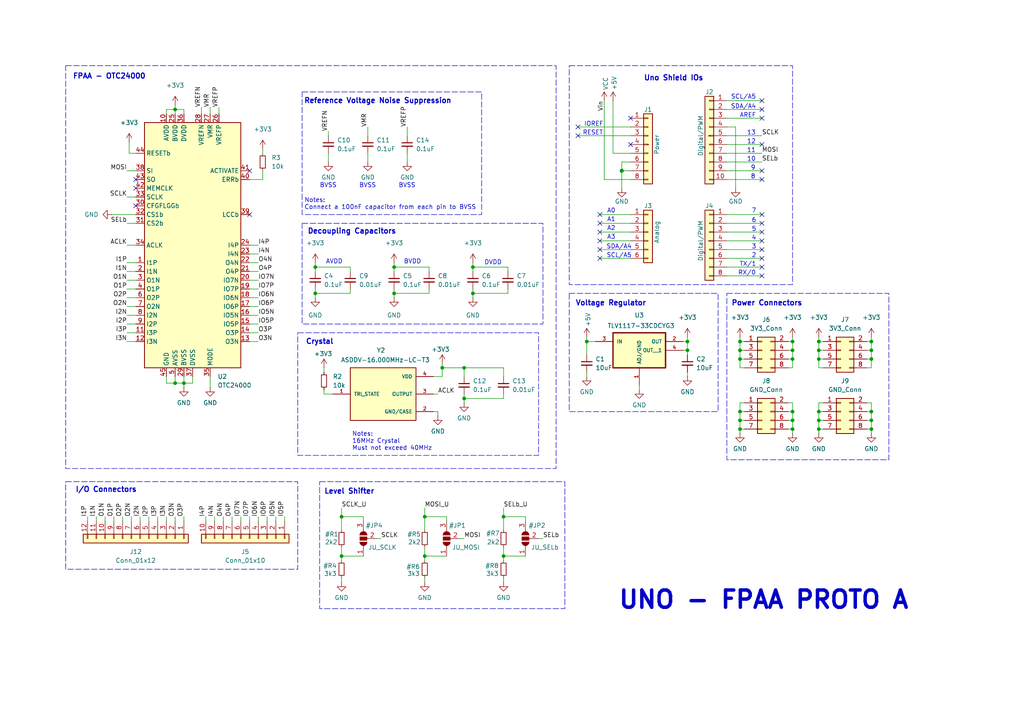
<source format=kicad_sch>
(kicad_sch (version 20250114) (generator "eeschema") (generator_version "9.0")
  (paper "A4")
  (title_block (title "FPAA PROTO A") (date "2025-10-19") (rev "1.0"))
  (rectangle (start 92.71 139.7) (end 163.83 176.53) (stroke (width 0) (type dash)))
  (rectangle (start 210.82 85.09) (end 257.81 133.35) (stroke (width 0) (type dash)))
  (rectangle (start 86.36 96.52) (end 156.21 132.08) (stroke (width 0) (type dash)))
  (rectangle (start 87.63 64.77) (end 157.48 93.98) (stroke (width 0) (type dash)))
  (rectangle (start 165.1 19.05) (end 229.87 82.55) (stroke (width 0) (type dash)))
  (rectangle (start 87.63 26.67) (end 139.7 62.23) (stroke (width 0) (type dash)))
  (rectangle (start 19.05 19.05) (end 161.29 135.89) (stroke (width 0) (type dash)))
  (rectangle (start 19.05 139.7) (end 86.36 165.1) (stroke (width 0) (type dash)))
  (rectangle (start 165.1 85.09) (end 208.28 119.38) (stroke (width 0) (type dash)))
  (text "BVSS" (at 104.14 54.61 0) (effects (font (size 1.27 1.27)) (justify left bottom)))
  (text "RESET" (at 171.958 38.608 0) (effects (font (size 1.27 1.27))))
  (text "BVSS" (at 92.71 54.61 0) (effects (font (size 1.27 1.27)) (justify left bottom)))
  (text "Notes:\nConnect a 100nF capacitor from each pin to BVSS" (at 88.265 60.96 0) (effects (font (size 1.27 1.27)) (justify left bottom)))
  (text "A1" (at 177.292 63.754 0) (effects (font (size 1.27 1.27))))
  (text "Uno Shield IOs" (at 186.69 23.622 0) (effects (font (size 1.5 1.5) (thickness 0.3) (bold yes)) (justify left bottom)))
  (text "12" (at 217.932 41.148 0) (effects (font (size 1.27 1.27))))
  (text "6" (at 218.694 64.008 0) (effects (font (size 1.27 1.27))))
  (text "10" (at 217.932 46.228 0) (effects (font (size 1.27 1.27))))
  (text "DVDD" (at 140.462 76.962 0) (effects (font (size 1.27 1.27)) (justify left bottom)))
  (text "UNO - FPAA PROTO A" (at 179.07 177.038 0) (effects (font (size 5 5) (thickness 1) (bold yes)) (justify left bottom)))
  (text "13" (at 217.932 38.608 0) (effects (font (size 1.27 1.27))))
  (text "AVDD" (at 94.488 76.708 0) (effects (font (size 1.27 1.27)) (justify left bottom)))
  (text "3" (at 218.694 71.628 0) (effects (font (size 1.27 1.27))))
  (text "Notes:\n16MHz Crystal\nMust not exceed 40MHz" (at 102.108 130.81 0) (effects (font (size 1.27 1.27)) (justify left bottom)))
  (text "A3" (at 177.292 68.834 0) (effects (font (size 1.27 1.27))))
  (text "IOREF" (at 172.212 36.068 0) (effects (font (size 1.27 1.27))))
  (text "Power Connectors" (at 212.09 88.9 0) (effects (font (size 1.5 1.5) (thickness 0.3) (bold yes)) (justify left bottom)))
  (text "AREF" (at 216.916 33.528 0) (effects (font (size 1.27 1.27))))
  (text "Level Shifter" (at 93.98 143.51 0) (effects (font (size 1.5 1.5) (thickness 0.3) (bold yes)) (justify left bottom)))
  (text "SDA/A4" (at 179.578 71.628 0) (effects (font (size 1.27 1.27))))
  (text "A2" (at 177.292 66.294 0) (effects (font (size 1.27 1.27))))
  (text "SDA/A4" (at 215.646 30.988 0) (effects (font (size 1.27 1.27))))
  (text "2" (at 218.694 74.168 0) (effects (font (size 1.27 1.27))))
  (text "8" (at 218.44 51.308 0) (effects (font (size 1.27 1.27))))
  (text "SCL/A5" (at 179.578 74.168 0) (effects (font (size 1.27 1.27))))
  (text "BVDD" (at 117.094 76.708 0) (effects (font (size 1.27 1.27)) (justify left bottom)))
  (text "7" (at 218.694 61.214 0) (effects (font (size 1.27 1.27))))
  (text "A0" (at 177.292 61.214 0) (effects (font (size 1.27 1.27))))
  (text "Crystal" (at 88.646 100.076 0) (effects (font (size 1.5 1.5) (thickness 0.3) (bold yes)) (justify left bottom)))
  (text "RX/0" (at 216.662 79.248 0) (effects (font (size 1.27 1.27))))
  (text "I/O Connectors\n" (at 21.844 143.002 0) (effects (font (size 1.5 1.5) (thickness 0.3) (bold yes)) (justify left bottom)))
  (text "Decoupling Capacitors\n" (at 89.154 68.072 0) (effects (font (size 1.5 1.5) (thickness 0.3) (bold yes)) (justify left bottom)))
  (text "4" (at 218.694 69.088 0) (effects (font (size 1.27 1.27))))
  (text "Voltage Regulator" (at 166.878 88.9 0) (effects (font (size 1.5 1.5) (thickness 0.3) (bold yes)) (justify left bottom)))
  (text "11" (at 217.932 43.688 0) (effects (font (size 1.27 1.27))))
  (text "BVSS" (at 115.57 54.61 0) (effects (font (size 1.27 1.27)) (justify left bottom)))
  (text "Reference Voltage Noise Suppression" (at 88.138 30.226 0) (effects (font (size 1.5 1.5) (thickness 0.3) (bold yes)) (justify left bottom)))
  (text "9" (at 218.44 48.768 0) (effects (font (size 1.27 1.27))))
  (text "TX/1" (at 216.916 76.708 0) (effects (font (size 1.27 1.27))))
  (text "SCL/A5" (at 215.646 28.194 0) (effects (font (size 1.27 1.27))))
  (text "FPAA - OTC24000" (at 21.082 23.114 0) (effects (font (size 1.5 1.5) (thickness 0.3) (bold yes)) (justify left bottom)))
  (text "5" (at 218.694 66.548 0) (effects (font (size 1.27 1.27))))
  (junction (at 137.16 85.09))
  (junction (at 199.39 99.06))
  (junction (at 237.49 99.06))
  (junction (at 229.87 124.46))
  (junction (at 237.49 124.46))
  (junction (at 252.73 104.14))
  (junction (at 199.39 101.6))
  (junction (at 91.44 85.09))
  (junction (at 50.8 31.75))
  (junction (at 229.87 119.38))
  (junction (at 214.63 124.46))
  (junction (at 134.62 115.57))
  (junction (at 180.34 49.53) (diameter 1.016))
  (junction (at 146.05 161.29))
  (junction (at 123.19 161.29))
  (junction (at 229.87 121.92))
  (junction (at 214.63 121.92))
  (junction (at 252.73 101.6))
  (junction (at 237.49 121.92))
  (junction (at 214.63 101.6))
  (junction (at 128.27 106.68))
  (junction (at 114.3 77.47))
  (junction (at 237.49 119.38))
  (junction (at 91.44 77.47))
  (junction (at 237.49 104.14))
  (junction (at 229.87 101.6))
  (junction (at 114.3 85.09))
  (junction (at 252.73 121.92))
  (junction (at 146.05 149.86))
  (junction (at 53.34 111.125))
  (junction (at 214.63 99.06))
  (junction (at 214.63 104.14))
  (junction (at 134.62 106.68))
  (junction (at 237.49 101.6))
  (junction (at 252.73 99.06))
  (junction (at 99.06 149.86))
  (junction (at 229.87 99.06))
  (junction (at 252.73 124.46))
  (junction (at 170.18 99.06))
  (junction (at 99.06 161.29))
  (junction (at 214.63 119.38))
  (junction (at 50.8 111.125))
  (junction (at 229.87 104.14))
  (junction (at 252.73 119.38))
  (junction (at 137.16 77.47))
  (junction (at 123.19 149.86))
  (no_connect (at 173.99 69.85))
  (no_connect (at 220.98 67.31))
  (no_connect (at 182.88 41.91))
  (no_connect (at 173.99 67.31))
  (no_connect (at 220.98 77.47))
  (no_connect (at 220.98 64.77))
  (no_connect (at 173.99 64.77))
  (no_connect (at 39.37 54.61))
  (no_connect (at 220.98 74.93))
  (no_connect (at 72.39 62.23))
  (no_connect (at 220.98 49.53))
  (no_connect (at 220.98 34.29))
  (no_connect (at 220.98 31.75))
  (no_connect (at 220.98 41.91))
  (no_connect (at 220.98 69.85))
  (no_connect (at 72.39 49.53))
  (no_connect (at 173.99 62.23))
  (no_connect (at 167.64 36.83))
  (no_connect (at 220.98 80.01))
  (no_connect (at 220.98 72.39))
  (no_connect (at 39.37 59.69))
  (no_connect (at 182.88 34.29))
  (no_connect (at 173.99 74.93))
  (no_connect (at 167.64 39.37))
  (no_connect (at 39.37 52.07))
  (no_connect (at 220.98 29.21))
  (no_connect (at 173.99 72.39))
  (no_connect (at 220.98 52.07))
  (no_connect (at 220.98 62.23))
  (wire (pts (xy 214.63 119.38) (xy 215.9 119.38)))
  (wire (pts (xy 214.63 116.84) (xy 215.9 116.84)))
  (wire (pts (xy 82.55 149.86) (xy 82.55 151.13)))
  (wire (pts (xy 210.82 80.01) (xy 220.98 80.01)))
  (wire (pts (xy 199.39 101.6) (xy 199.39 99.06)))
  (wire (pts (xy 146.05 106.68) (xy 134.62 106.68)))
  (wire (pts (xy 93.98 106.68) (xy 93.98 107.95)))
  (wire (pts (xy 118.11 44.45) (xy 118.11 46.99)))
  (wire (pts (xy 237.49 121.92) (xy 238.76 121.92)))
  (wire (pts (xy 45.72 149.86) (xy 45.72 151.13)))
  (wire (pts (xy 237.49 119.38) (xy 237.49 121.92)))
  (wire (pts (xy 36.83 91.44) (xy 39.37 91.44)))
  (wire (pts (xy 99.06 161.29) (xy 105.41 161.29)))
  (wire (pts (xy 106.68 44.45) (xy 106.68 46.99)))
  (wire (pts (xy 210.82 46.99) (xy 220.98 46.99)))
  (wire (pts (xy 114.3 77.47) (xy 114.3 78.74)))
  (wire (pts (xy 147.32 78.74) (xy 147.32 77.47)))
  (wire (pts (xy 237.49 101.6) (xy 238.76 101.6)))
  (wire (pts (xy 214.63 101.6) (xy 215.9 101.6)))
  (wire (pts (xy 210.82 29.21) (xy 220.98 29.21)))
  (wire (pts (xy 72.39 93.98) (xy 74.93 93.98)))
  (wire (pts (xy 129.54 151.13) (xy 129.54 149.86)))
  (wire (pts (xy 32.385 62.23) (xy 39.37 62.23)))
  (wire (pts (xy 228.6 119.38) (xy 229.87 119.38)))
  (wire (pts (xy 36.83 64.77) (xy 39.37 64.77)))
  (wire (pts (xy 48.26 149.86) (xy 48.26 151.13)))
  (wire (pts (xy 36.83 83.82) (xy 39.37 83.82)))
  (wire (pts (xy 60.96 31.115) (xy 60.96 33.02)))
  (wire (pts (xy 237.49 97.79) (xy 237.49 99.06)))
  (wire (pts (xy 237.49 121.92) (xy 237.49 124.46)))
  (wire (pts (xy 91.44 77.47) (xy 91.44 78.74)))
  (wire (pts (xy 36.83 88.9) (xy 39.37 88.9)))
  (wire (pts (xy 252.73 119.38) (xy 252.73 121.92)))
  (wire (pts (xy 50.8 149.86) (xy 50.8 151.13)))
  (wire (pts (xy 53.34 33.02) (xy 53.34 31.75)))
  (wire (pts (xy 180.34 46.99) (xy 180.34 49.53)))
  (wire (pts (xy 72.39 78.74) (xy 74.93 78.74)))
  (wire (pts (xy 50.8 109.22) (xy 50.8 111.125)))
  (wire (pts (xy 38.1 149.86) (xy 38.1 151.13)))
  (wire (pts (xy 128.27 109.22) (xy 128.27 106.68)))
  (wire (pts (xy 173.99 74.93) (xy 182.88 74.93)))
  (wire (pts (xy 123.19 161.29) (xy 123.19 162.56)))
  (wire (pts (xy 50.8 111.125) (xy 53.34 111.125)))
  (wire (pts (xy 146.05 147.32) (xy 146.05 149.86)))
  (wire (pts (xy 229.87 106.68) (xy 228.6 106.68)))
  (wire (pts (xy 53.34 149.86) (xy 53.34 151.13)))
  (wire (pts (xy 251.46 104.14) (xy 252.73 104.14)))
  (wire (pts (xy 252.73 99.06) (xy 252.73 101.6)))
  (wire (pts (xy 114.3 83.82) (xy 114.3 85.09)))
  (wire (pts (xy 76.2 52.07) (xy 72.39 52.07)))
  (wire (pts (xy 214.63 119.38) (xy 214.63 121.92)))
  (wire (pts (xy 147.32 77.47) (xy 137.16 77.47)))
  (wire (pts (xy 99.06 149.86) (xy 99.06 153.67)))
  (wire (pts (xy 72.39 86.36) (xy 74.93 86.36)))
  (wire (pts (xy 229.87 116.84) (xy 229.87 119.38)))
  (wire (pts (xy 123.19 149.86) (xy 123.19 153.67)))
  (wire (pts (xy 124.46 83.82) (xy 124.46 85.09)))
  (wire (pts (xy 252.73 116.84) (xy 252.73 119.38)))
  (wire (pts (xy 170.18 99.06) (xy 170.18 102.87)))
  (wire (pts (xy 199.39 99.06) (xy 198.12 99.06)))
  (wire (pts (xy 214.63 124.46) (xy 214.63 125.73)))
  (wire (pts (xy 237.49 106.68) (xy 238.76 106.68)))
  (wire (pts (xy 180.34 49.53) (xy 180.34 54.61)))
  (wire (pts (xy 152.4 151.13) (xy 152.4 149.86)))
  (wire (pts (xy 50.8 31.75) (xy 48.26 31.75)))
  (wire (pts (xy 170.18 107.95) (xy 170.18 109.22)))
  (wire (pts (xy 146.05 109.22) (xy 146.05 106.68)))
  (wire (pts (xy 36.83 78.74) (xy 39.37 78.74)))
  (wire (pts (xy 177.8 44.45) (xy 182.88 44.45)))
  (wire (pts (xy 214.63 116.84) (xy 214.63 119.38)))
  (wire (pts (xy 105.41 149.86) (xy 99.06 149.86)))
  (wire (pts (xy 109.22 156.21) (xy 110.49 156.21)))
  (wire (pts (xy 63.5 31.115) (xy 63.5 33.02)))
  (wire (pts (xy 177.8 29.21) (xy 177.8 44.45)))
  (wire (pts (xy 214.63 99.06) (xy 214.63 101.6)))
  (wire (pts (xy 91.44 76.2) (xy 91.44 77.47)))
  (wire (pts (xy 146.05 167.64) (xy 146.05 168.91)))
  (wire (pts (xy 237.49 99.06) (xy 237.49 101.6)))
  (wire (pts (xy 147.32 83.82) (xy 147.32 85.09)))
  (wire (pts (xy 48.26 109.22) (xy 48.26 111.125)))
  (wire (pts (xy 252.73 121.92) (xy 252.73 124.46)))
  (wire (pts (xy 228.6 104.14) (xy 229.87 104.14)))
  (wire (pts (xy 99.06 158.75) (xy 99.06 161.29)))
  (wire (pts (xy 251.46 116.84) (xy 252.73 116.84)))
  (wire (pts (xy 252.73 104.14) (xy 252.73 106.68)))
  (wire (pts (xy 228.6 99.06) (xy 229.87 99.06)))
  (wire (pts (xy 36.83 93.98) (xy 39.37 93.98)))
  (wire (pts (xy 210.82 39.37) (xy 220.98 39.37)))
  (wire (pts (xy 214.63 104.14) (xy 215.9 104.14)))
  (wire (pts (xy 199.39 101.6) (xy 199.39 102.87)))
  (wire (pts (xy 210.82 62.23) (xy 220.98 62.23)))
  (wire (pts (xy 36.83 99.06) (xy 39.37 99.06)))
  (wire (pts (xy 229.87 119.38) (xy 229.87 121.92)))
  (wire (pts (xy 53.34 109.22) (xy 53.34 111.125)))
  (wire (pts (xy 77.47 149.86) (xy 77.47 151.13)))
  (wire (pts (xy 182.88 62.23) (xy 173.99 62.23)))
  (wire (pts (xy 210.82 41.91) (xy 220.98 41.91)))
  (wire (pts (xy 123.19 161.29) (xy 129.54 161.29)))
  (wire (pts (xy 210.82 64.77) (xy 220.98 64.77)))
  (wire (pts (xy 96.52 114.3) (xy 93.98 114.3)))
  (wire (pts (xy 146.05 158.75) (xy 146.05 161.29)))
  (wire (pts (xy 134.62 106.68) (xy 128.27 106.68)))
  (wire (pts (xy 55.88 109.22) (xy 55.88 111.125)))
  (wire (pts (xy 43.18 149.86) (xy 43.18 151.13)))
  (wire (pts (xy 137.16 77.47) (xy 137.16 76.2)))
  (wire (pts (xy 134.62 114.3) (xy 134.62 115.57)))
  (wire (pts (xy 72.39 99.06) (xy 74.93 99.06)))
  (wire (pts (xy 58.42 31.115) (xy 58.42 33.02)))
  (wire (pts (xy 67.31 149.86) (xy 67.31 151.13)))
  (wire (pts (xy 36.83 81.28) (xy 39.37 81.28)))
  (wire (pts (xy 124.46 78.74) (xy 124.46 77.47)))
  (wire (pts (xy 237.49 116.84) (xy 238.76 116.84)))
  (wire (pts (xy 252.73 124.46) (xy 252.73 125.73)))
  (wire (pts (xy 105.41 151.13) (xy 105.41 149.86)))
  (wire (pts (xy 146.05 149.86) (xy 146.05 153.67)))
  (wire (pts (xy 210.82 49.53) (xy 220.98 49.53)))
  (wire (pts (xy 237.49 116.84) (xy 237.49 119.38)))
  (wire (pts (xy 80.01 149.86) (xy 80.01 151.13)))
  (wire (pts (xy 146.05 114.3) (xy 146.05 115.57)))
  (wire (pts (xy 48.26 31.75) (xy 48.26 33.02)))
  (wire (pts (xy 228.6 116.84) (xy 229.87 116.84)))
  (wire (pts (xy 128.27 106.68) (xy 128.27 105.41)))
  (wire (pts (xy 37.465 41.275) (xy 37.465 44.45)))
  (wire (pts (xy 210.82 69.85) (xy 220.98 69.85)))
  (wire (pts (xy 170.18 99.06) (xy 170.18 97.79)))
  (wire (pts (xy 72.39 73.66) (xy 74.93 73.66)))
  (wire (pts (xy 114.3 85.09) (xy 114.3 86.36)))
  (wire (pts (xy 95.25 38.1) (xy 95.25 39.37)))
  (wire (pts (xy 251.46 121.92) (xy 252.73 121.92)))
  (wire (pts (xy 93.98 113.03) (xy 93.98 114.3)))
  (wire (pts (xy 72.39 71.12) (xy 74.93 71.12)))
  (wire (pts (xy 167.64 36.83) (xy 182.88 36.83)))
  (wire (pts (xy 50.8 30.48) (xy 50.8 31.75)))
  (wire (pts (xy 251.46 99.06) (xy 252.73 99.06)))
  (wire (pts (xy 50.8 33.02) (xy 50.8 31.75)))
  (wire (pts (xy 129.54 149.86) (xy 123.19 149.86)))
  (wire (pts (xy 137.16 85.09) (xy 137.16 86.36)))
  (wire (pts (xy 134.62 116.84) (xy 134.62 115.57)))
  (wire (pts (xy 76.2 43.18) (xy 76.2 44.45)))
  (wire (pts (xy 91.44 77.47) (xy 101.6 77.47)))
  (wire (pts (xy 214.63 106.68) (xy 215.9 106.68)))
  (wire (pts (xy 237.49 101.6) (xy 237.49 104.14)))
  (wire (pts (xy 95.25 44.45) (xy 95.25 46.99)))
  (wire (pts (xy 214.63 121.92) (xy 215.9 121.92)))
  (wire (pts (xy 237.49 104.14) (xy 238.76 104.14)))
  (wire (pts (xy 76.2 49.53) (xy 76.2 52.07)))
  (wire (pts (xy 213.36 36.83) (xy 213.36 54.61)))
  (wire (pts (xy 72.39 96.52) (xy 74.93 96.52)))
  (wire (pts (xy 214.63 99.06) (xy 215.9 99.06)))
  (wire (pts (xy 210.82 34.29) (xy 220.98 34.29)))
  (wire (pts (xy 72.39 76.2) (xy 74.93 76.2)))
  (wire (pts (xy 106.68 36.83) (xy 106.68 39.37)))
  (wire (pts (xy 36.83 76.2) (xy 39.37 76.2)))
  (wire (pts (xy 214.63 104.14) (xy 214.63 106.68)))
  (wire (pts (xy 50.8 31.75) (xy 53.34 31.75)))
  (wire (pts (xy 37.465 44.45) (xy 39.37 44.45)))
  (wire (pts (xy 182.88 67.31) (xy 173.99 67.31)))
  (wire (pts (xy 167.64 39.37) (xy 182.88 39.37)))
  (wire (pts (xy 127 119.38) (xy 125.73 119.38)))
  (wire (pts (xy 99.06 167.64) (xy 99.06 168.91)))
  (wire (pts (xy 214.63 101.6) (xy 214.63 104.14)))
  (wire (pts (xy 48.26 111.125) (xy 50.8 111.125)))
  (wire (pts (xy 35.56 149.86) (xy 35.56 151.13)))
  (wire (pts (xy 30.48 149.86) (xy 30.48 151.13)))
  (wire (pts (xy 182.88 49.53) (xy 180.34 49.53)))
  (wire (pts (xy 252.73 106.68) (xy 251.46 106.68)))
  (wire (pts (xy 72.39 81.28) (xy 74.93 81.28)))
  (wire (pts (xy 99.06 161.29) (xy 99.06 162.56)))
  (wire (pts (xy 252.73 97.79) (xy 252.73 99.06)))
  (wire (pts (xy 59.69 149.86) (xy 59.69 151.13)))
  (wire (pts (xy 252.73 101.6) (xy 252.73 104.14)))
  (wire (pts (xy 123.19 167.64) (xy 123.19 168.91)))
  (wire (pts (xy 27.94 149.86) (xy 27.94 151.13)))
  (wire (pts (xy 33.02 149.86) (xy 33.02 151.13)))
  (wire (pts (xy 114.3 85.09) (xy 124.46 85.09)))
  (wire (pts (xy 229.87 121.92) (xy 229.87 124.46)))
  (wire (pts (xy 182.88 52.07) (xy 175.26 52.07)))
  (wire (pts (xy 152.4 149.86) (xy 146.05 149.86)))
  (wire (pts (xy 146.05 115.57) (xy 134.62 115.57)))
  (wire (pts (xy 229.87 97.79) (xy 229.87 99.06)))
  (wire (pts (xy 173.99 64.77) (xy 182.88 64.77)))
  (wire (pts (xy 229.87 99.06) (xy 229.87 101.6)))
  (wire (pts (xy 198.12 101.6) (xy 199.39 101.6)))
  (wire (pts (xy 127 120.65) (xy 127 119.38)))
  (wire (pts (xy 36.83 71.12) (xy 39.37 71.12)))
  (wire (pts (xy 53.34 111.125) (xy 53.34 112.395)))
  (wire (pts (xy 199.39 107.95) (xy 199.39 109.22)))
  (wire (pts (xy 36.83 57.15) (xy 39.37 57.15)))
  (wire (pts (xy 137.16 85.09) (xy 147.32 85.09)))
  (wire (pts (xy 237.49 124.46) (xy 238.76 124.46)))
  (wire (pts (xy 199.39 97.79) (xy 199.39 99.06)))
  (wire (pts (xy 72.39 91.44) (xy 74.93 91.44)))
  (wire (pts (xy 229.87 124.46) (xy 229.87 125.73)))
  (wire (pts (xy 25.4 149.86) (xy 25.4 151.13)))
  (wire (pts (xy 210.82 36.83) (xy 213.36 36.83)))
  (wire (pts (xy 214.63 97.79) (xy 214.63 99.06)))
  (wire (pts (xy 182.88 46.99) (xy 180.34 46.99)))
  (wire (pts (xy 252.73 124.46) (xy 251.46 124.46)))
  (wire (pts (xy 237.49 99.06) (xy 238.76 99.06)))
  (wire (pts (xy 72.39 149.86) (xy 72.39 151.13)))
  (wire (pts (xy 101.6 78.74) (xy 101.6 77.47)))
  (wire (pts (xy 210.82 44.45) (xy 220.98 44.45)))
  (wire (pts (xy 64.77 149.86) (xy 64.77 151.13)))
  (wire (pts (xy 251.46 119.38) (xy 252.73 119.38)))
  (wire (pts (xy 214.63 124.46) (xy 215.9 124.46)))
  (wire (pts (xy 69.85 149.86) (xy 69.85 151.13)))
  (wire (pts (xy 72.39 83.82) (xy 74.93 83.82)))
  (wire (pts (xy 101.6 83.82) (xy 101.6 85.09)))
  (wire (pts (xy 53.34 111.125) (xy 55.88 111.125)))
  (wire (pts (xy 62.23 149.86) (xy 62.23 151.13)))
  (wire (pts (xy 125.73 114.3) (xy 127 114.3)))
  (wire (pts (xy 137.16 77.47) (xy 137.16 78.74)))
  (wire (pts (xy 237.49 119.38) (xy 238.76 119.38)))
  (wire (pts (xy 210.82 67.31) (xy 220.98 67.31)))
  (wire (pts (xy 101.6 85.09) (xy 91.44 85.09)))
  (wire (pts (xy 72.39 88.9) (xy 74.93 88.9)))
  (wire (pts (xy 91.44 85.09) (xy 91.44 86.36)))
  (wire (pts (xy 173.99 69.85) (xy 182.88 69.85)))
  (wire (pts (xy 36.83 49.53) (xy 39.37 49.53)))
  (wire (pts (xy 214.63 121.92) (xy 214.63 124.46)))
  (wire (pts (xy 228.6 121.92) (xy 229.87 121.92)))
  (wire (pts (xy 40.64 149.86) (xy 40.64 151.13)))
  (wire (pts (xy 99.06 147.32) (xy 99.06 149.86)))
  (wire (pts (xy 137.16 83.82) (xy 137.16 85.09)))
  (wire (pts (xy 74.93 149.86) (xy 74.93 151.13)))
  (wire (pts (xy 146.05 161.29) (xy 152.4 161.29)))
  (wire (pts (xy 125.73 109.22) (xy 128.27 109.22)))
  (wire (pts (xy 114.3 76.2) (xy 114.3 77.47)))
  (wire (pts (xy 36.83 86.36) (xy 39.37 86.36)))
  (wire (pts (xy 172.72 99.06) (xy 170.18 99.06)))
  (wire (pts (xy 36.83 96.52) (xy 39.37 96.52)))
  (wire (pts (xy 210.82 31.75) (xy 220.98 31.75)))
  (wire (pts (xy 237.49 124.46) (xy 237.49 125.73)))
  (wire (pts (xy 229.87 124.46) (xy 228.6 124.46)))
  (wire (pts (xy 210.82 74.93) (xy 220.98 74.93)))
  (wire (pts (xy 185.42 111.76) (xy 185.42 113.03)))
  (wire (pts (xy 133.35 156.21) (xy 134.62 156.21)))
  (wire (pts (xy 210.82 72.39) (xy 220.98 72.39)))
  (wire (pts (xy 228.6 101.6) (xy 229.87 101.6)))
  (wire (pts (xy 229.87 101.6) (xy 229.87 104.14)))
  (wire (pts (xy 118.11 36.83) (xy 118.11 39.37)))
  (wire (pts (xy 123.19 158.75) (xy 123.19 161.29)))
  (wire (pts (xy 229.87 104.14) (xy 229.87 106.68)))
  (wire (pts (xy 210.82 77.47) (xy 220.98 77.47)))
  (wire (pts (xy 124.46 77.47) (xy 114.3 77.47)))
  (wire (pts (xy 60.96 109.22) (xy 60.96 112.395)))
  (wire (pts (xy 175.26 52.07) (xy 175.26 29.21)))
  (wire (pts (xy 146.05 161.29) (xy 146.05 162.56)))
  (wire (pts (xy 134.62 109.22) (xy 134.62 106.68)))
  (wire (pts (xy 237.49 104.14) (xy 237.49 106.68)))
  (wire (pts (xy 182.88 72.39) (xy 173.99 72.39)))
  (wire (pts (xy 251.46 101.6) (xy 252.73 101.6)))
  (wire (pts (xy 210.82 52.07) (xy 220.98 52.07)))
  (wire (pts (xy 156.21 156.21) (xy 157.48 156.21)))
  (wire (pts (xy 91.44 83.82) (xy 91.44 85.09)))
  (wire (pts (xy 123.19 147.32) (xy 123.19 149.86)))
  (label "I4N" (at 62.23 149.86 90))
  (label "O1N" (at 30.48 149.86 90))
  (label "MOSI" (at 220.98 44.45 0))
  (label "I3N" (at 36.83 99.06 180))
  (label "O1P" (at 33.02 149.86 90))
  (label "VREFP" (at 118.11 36.83 90))
  (label "IO6P" (at 74.93 88.9 0))
  (label "O3P" (at 53.34 149.86 90))
  (label "IO7N" (at 69.85 149.86 90))
  (label "O4N" (at 74.93 76.2 0))
  (label "SCLK_U" (at 99.06 147.32 0))
  (label "I2N" (at 40.64 149.86 90))
  (label "IO5N" (at 74.93 91.44 0))
  (label "SELb" (at 36.83 64.77 180))
  (label "VMR" (at 60.96 31.115 90))
  (label "I2N" (at 36.83 91.44 180))
  (label "I3N" (at 48.26 149.86 90))
  (label "I2P" (at 36.83 93.98 180))
  (label "IO6N" (at 74.93 86.36 0))
  (label "I3P" (at 45.72 149.86 90))
  (label "O4P" (at 67.31 149.86 90))
  (label "MOSI_U" (at 123.19 147.32 0))
  (label "VREFN" (at 58.42 31.115 90))
  (label "SELb" (at 220.98 46.99 0))
  (label "VMR" (at 106.68 36.83 90))
  (label "SCLK" (at 110.49 156.21 0))
  (label "I1N" (at 36.83 78.74 180))
  (label "O2P" (at 35.56 149.86 90))
  (label "O2N" (at 36.83 88.9 180))
  (label "ACLK" (at 127 114.3 0))
  (label "IO6N" (at 74.93 149.86 90))
  (label "O3N" (at 50.8 149.86 90))
  (label "IO5N" (at 80.01 149.86 90))
  (label "O1P" (at 36.83 83.82 180))
  (label "SELb" (at 157.48 156.21 0))
  (label "SCLK" (at 36.83 57.15 180))
  (label "O4N" (at 64.77 149.86 90))
  (label "I1P" (at 36.83 76.2 180))
  (label "IO7P" (at 72.39 149.86 90))
  (label "SCLK" (at 220.98 39.37 0))
  (label "I3P" (at 36.83 96.52 180))
  (label "IO5P" (at 82.55 149.86 90))
  (label "MOSI" (at 134.62 156.21 0))
  (label "ACLK" (at 36.83 71.12 180))
  (label "O2P" (at 36.83 86.36 180))
  (label "I4P" (at 74.93 71.12 0))
  (label "Vin" (at 175.26 29.21 270))
  (label "MOSI" (at 36.83 49.53 180))
  (label "O1N" (at 36.83 81.28 180))
  (label "I2P" (at 43.18 149.86 90))
  (label "I1N" (at 27.94 149.86 90))
  (label "IO5P" (at 74.93 93.98 0))
  (label "VREFP" (at 63.5 31.115 90))
  (label "O2N" (at 38.1 149.86 90))
  (label "O4P" (at 74.93 78.74 0))
  (label "I4N" (at 74.93 73.66 0))
  (label "O3N" (at 74.93 99.06 0))
  (label "SELb_U" (at 146.05 147.32 0))
  (label "VREFN" (at 95.25 38.1 90))
  (label "IO7N" (at 74.93 81.28 0))
  (label "O3P" (at 74.93 96.52 0))
  (label "IO6P" (at 77.47 149.86 90))
  (label "I4P" (at 59.69 149.86 90))
  (label "IO7P" (at 74.93 83.82 0))
  (label "I1P" (at 25.4 149.86 90))
  (symbol (lib_id "Connector_Generic:Conn_01x08") (at 187.96 41.91 0) (unit 1)
    (property "Reference" "J1" (at 187.96 31.75 0))
    (property "Value" "Power" (at 190.5 41.91 90))
    (property "Footprint" "Connector_PinSocket_2.54mm:PinSocket_1x08_P2.54mm_Vertical" (effects (hide yes)))
    (property "Datasheet" "~" (at 187.96 41.91 0))
    (property "Description" "Generic connector, single row, 01x08, script generated (kicad-library-utils/schlib/autogen/connector/)" (effects (hide yes)))
  )
  (symbol (lib_id "power:+5V") (at 177.8 29.21 0) (unit 1)
    (property "Reference" "#PWR02" (effects (hide yes)))
    (property "Value" "+5V" (at 178.1556 26.162 90) (effects (justify left)))
    (property "Description" "Power symbol creates a global label with name \"+5V\"" (effects (hide yes)))
  )
  (symbol (lib_id "power:GND") (at 180.34 54.61 0) (unit 1)
    (property "Reference" "#PWR04" (effects (hide yes)))
    (property "Value" "GND" (at 180.34 58.42 0))
    (property "Description" "Power symbol creates a global label with name \"GND\" , ground" (effects (hide yes)))
  )
  (symbol (lib_id "Connector_Generic:Conn_01x10") (at 205.74 39.37 0) (mirror y) (unit 1)
    (property "Reference" "J2" (at 205.74 26.67 0))
    (property "Value" "Digital/PWM" (at 203.2 39.37 90))
    (property "Footprint" "Connector_PinSocket_2.54mm:PinSocket_1x10_P2.54mm_Vertical" (effects (hide yes)))
    (property "Datasheet" "~" (at 205.74 39.37 0))
    (property "Description" "Generic connector, single row, 01x10, script generated (kicad-library-utils/schlib/autogen/connector/)" (effects (hide yes)))
  )
  (symbol (lib_id "power:GND") (at 213.36 54.61 0) (unit 1)
    (property "Reference" "#PWR05" (effects (hide yes)))
    (property "Value" "GND" (at 213.36 58.42 0))
    (property "Description" "Power symbol creates a global label with name \"GND\" , ground" (effects (hide yes)))
  )
  (symbol (lib_id "Connector_Generic:Conn_01x06") (at 187.96 67.31 0) (unit 1)
    (property "Reference" "J3" (at 187.96 59.69 0))
    (property "Value" "Analog" (at 190.5 67.31 90))
    (property "Footprint" "Connector_PinSocket_2.54mm:PinSocket_1x06_P2.54mm_Vertical" (effects (hide yes)))
    (property "Description" "Generic connector, single row, 01x06, script generated (kicad-library-utils/schlib/autogen/connector/)" (effects (hide yes)))
  )
  (symbol (lib_id "Connector_Generic:Conn_01x08") (at 205.74 69.85 0) (mirror y) (unit 1)
    (property "Reference" "J4" (at 205.74 59.69 0))
    (property "Value" "Digital/PWM" (at 203.2 69.85 90))
    (property "Footprint" "Connector_PinSocket_2.54mm:PinSocket_1x08_P2.54mm_Vertical" (effects (hide yes)))
    (property "Datasheet" "~" (at 205.74 69.85 0))
    (property "Description" "Generic connector, single row, 01x08, script generated (kicad-library-utils/schlib/autogen/connector/)" (effects (hide yes)))
  )
  (symbol (lib_id "power:+3.3V") (at 76.2 43.18 0) (unit 1)
    (property "Reference" "#PWR011" (effects (hide yes)))
    (property "Value" "+3V3" (at 76.2 37.465 0))
  )
  (symbol (lib_id "power:+3.3V") (at 91.44 76.2 0) (unit 1)
    (property "Reference" "#PWR0101" (effects (hide yes)))
    (property "Value" "+3V3" (at 91.44 70.485 0))
  )
  (symbol (lib_id "power:GND") (at 137.16 86.36 0) (unit 1)
    (property "Reference" "#PWR017" (effects (hide yes)))
    (property "Value" "GND" (at 137.16 91.44 0))
  )
  (symbol (lib_id "Device:C_Small") (at 118.11 41.91 0) (unit 1)
    (property "Reference" "C14" (at 120.65 40.6462 0) (effects (justify left)))
    (property "Value" "0.1uF" (at 120.65 43.1862 0) (effects (justify left)))
    (property "Footprint" "Capacitor_SMD:C_0805_2012Metric" (effects (hide yes)))
    (property "Datasheet" "https://www.mouser.com/datasheet/2/40/AutoMLCC-777028.pdf" (effects (hide yes)))
    (property "Part #" "KAM21BR71H104JT " (effects (hide yes)))
    (property "Mouser" "https://www.mouser.com/ProductDetail/KYOCERA-AVX/KAM21BR71H104JT?qs=sGAEpiMZZMsh%252B1woXyUXj17cMikWvs6%2F6aKx5H2Tu1A%3D" (effects (hide yes)))
    (property "Unit Price" "0.20" (effects (hide yes)))
  )
  (symbol (lib_id "power:+3.3V") (at 114.3 76.2 0) (unit 1)
    (property "Reference" "#PWR014" (effects (hide yes)))
    (property "Value" "+3V3" (at 114.3 70.485 0))
  )
  (symbol (lib_id "Device:R_Small") (at 146.05 156.21 180) (unit 1)
    (property "Reference" "#R7" (at 140.97 154.686 0) (effects (justify right)))
    (property "Value" "2k2" (at 141.224 157.226 0) (effects (justify right)))
    (property "Footprint" "Resistor_SMD:R_0805_2012Metric" (effects (hide yes)))
    (property "Datasheet" "https://www.mouser.com/datasheet/2/447/PYu_RT_1_to_0_01_RoHS_L_11-1669912.pdf" (effects (hide yes)))
    (property "Part #" "CRCW08052K20FKEAHP" (effects (hide yes)))
    (property "Mouser" "https://www.mouser.com/ProductDetail/Vishay/CRCW08052K20FKEAHP?qs=k2%2FDWSARqgFivBcdlZxdiQ%3D%3D" (effects (hide yes)))
    (property "Unit Price" "0.14" (effects (hide yes)))
  )
  (symbol (lib_id "Device:C_Small") (at 91.44 81.28 0) (unit 1)
    (property "Reference" "C4" (at 93.98 80.0162 0) (effects (justify left)))
    (property "Value" "0.1uF" (at 93.98 82.5562 0) (effects (justify left)))
    (property "Footprint" "Capacitor_SMD:C_0805_2012Metric" (effects (hide yes)))
    (property "Datasheet" "https://www.mouser.com/datasheet/2/40/AutoMLCC-777028.pdf" (effects (hide yes)))
    (property "Part #" "KAM21BR71H104JT " (effects (hide yes)))
    (property "Mouser" "https://www.mouser.com/ProductDetail/KYOCERA-AVX/KAM21BR71H104JT?qs=sGAEpiMZZMsh%252B1woXyUXj17cMikWvs6%2F6aKx5H2Tu1A%3D" (effects (hide yes)))
    (property "Unit Price" "0.20" (effects (hide yes)))
  )
  (symbol (lib_id "Connector_Generic:Conn_01x12") (at 40.64 156.21 270) (unit 1)
    (property "Reference" "J12" (at 39.37 160.02 90))
    (property "Value" "Conn_01x12" (at 39.37 162.56 90))
    (property "Footprint" "Connector_PinHeader_2.54mm:PinHeader_1x12_P2.54mm_Vertical" (effects (hide yes)))
    (property "Description" "Generic connector, single row, 01x12, script generated (kicad-library-utils/schlib/autogen/connector/)" (effects (hide yes)))
  )
  (symbol (lib_id "power:+3.3V") (at 37.465 41.275 0) (unit 1)
    (property "Reference" "#PWR07" (effects (hide yes)))
    (property "Value" "+3V3" (at 37.465 35.56 0))
  )
  (symbol (lib_id "Device:R_Small") (at 123.19 156.21 180) (unit 1)
    (property "Reference" "#R5" (at 118.11 154.94 0) (effects (justify right)))
    (property "Value" "2k2" (at 118.364 157.226 0) (effects (justify right)))
    (property "Footprint" "Resistor_SMD:R_0805_2012Metric" (effects (hide yes)))
    (property "Datasheet" "https://www.mouser.com/datasheet/2/447/PYu_RT_1_to_0_01_RoHS_L_11-1669912.pdf" (effects (hide yes)))
    (property "Part #" "CRCW08052K20FKEAHP" (effects (hide yes)))
    (property "Mouser" "https://www.mouser.com/ProductDetail/Vishay/CRCW08052K20FKEAHP?qs=k2%2FDWSARqgFivBcdlZxdiQ%3D%3D" (effects (hide yes)))
    (property "Unit Price" "0.14" (effects (hide yes)))
  )
  (symbol (lib_id "Device:R_Small") (at 146.05 165.1 0) (unit 1)
    (property "Reference" "#R8" (at 140.716 164.084 0) (effects (justify left)))
    (property "Value" "3k3" (at 140.97 166.37 0) (effects (justify left)))
    (property "Footprint" "Resistor_SMD:R_0805_2012Metric" (effects (hide yes)))
    (property "Datasheet" "https://www.mouser.com/datasheet/2/447/PYu_RT_1_to_0_01_RoHS_L_11-1669912.pdf" (effects (hide yes)))
    (property "Part #" "CRCW08053K30FKEC" (effects (hide yes)))
    (property "Mouser" "https://www.mouser.com/ProductDetail/Vishay/CRCW08053K30FKEC?qs=sGAEpiMZZMvdGkrng054t1VbmbR8V6nM9HyBkXGRJIk%3D" (effects (hide yes)))
    (property "Unit Price" "0.10" (effects (hide yes)))
  )
  (symbol (lib_id "Device:C_Small") (at 106.68 41.91 0) (unit 1)
    (property "Reference" "C11" (at 109.22 40.6462 0) (effects (justify left)))
    (property "Value" "0.1uF" (at 109.22 43.1862 0) (effects (justify left)))
    (property "Footprint" "Capacitor_SMD:C_0805_2012Metric" (effects (hide yes)))
    (property "Datasheet" "https://www.mouser.com/datasheet/2/40/AutoMLCC-777028.pdf" (effects (hide yes)))
    (property "Part #" "KAM21BR71H104JT " (effects (hide yes)))
    (property "Mouser" "https://www.mouser.com/ProductDetail/KYOCERA-AVX/KAM21BR71H104JT?qs=sGAEpiMZZMsh%252B1woXyUXj17cMikWvs6%2F6aKx5H2Tu1A%3D" (effects (hide yes)))
    (property "Unit Price" "0.20" (effects (hide yes)))
  )
  (symbol (lib_id "Device:C_Small") (at 134.62 111.76 0) (unit 1)
    (property "Reference" "C12" (at 137.16 110.4962 0) (effects (justify left)))
    (property "Value" "0.1uF" (at 137.16 113.0362 0) (effects (justify left)))
    (property "Footprint" "Capacitor_SMD:C_0805_2012Metric" (effects (hide yes)))
    (property "Datasheet" "https://www.mouser.com/datasheet/2/40/AutoMLCC-777028.pdf" (effects (hide yes)))
    (property "Part #" "KAM21BR71H104JT " (effects (hide yes)))
    (property "Mouser" "https://www.mouser.com/ProductDetail/KYOCERA-AVX/KAM21BR71H104JT?qs=sGAEpiMZZMsh%252B1woXyUXj17cMikWvs6%2F6aKx5H2Tu1A%3D" (effects (hide yes)))
    (property "Unit Price" "0.20" (effects (hide yes)))
  )
  (symbol (lib_id "Connector_Generic:Conn_01x10") (at 72.39 156.21 270) (unit 1)
    (property "Reference" "J5" (at 71.12 160.02 90))
    (property "Value" "Conn_01x10" (at 71.12 162.56 90))
    (property "Footprint" "Connector_PinHeader_2.54mm:PinHeader_1x10_P2.54mm_Vertical" (effects (hide yes)))
    (property "Description" "Generic connector, single row, 01x10, script generated (kicad-library-utils/schlib/autogen/connector/)" (effects (hide yes)))
  )
  (symbol (lib_id "Device:C_Small") (at 146.05 111.76 0) (unit 1)
    (property "Reference" "C13" (at 148.59 110.4962 0) (effects (justify left)))
    (property "Value" "0.01uF" (at 148.59 113.0362 0) (effects (justify left)))
    (property "Footprint" "Capacitor_SMD:C_0805_2012Metric" (effects (hide yes)))
    (property "Datasheet" "https://www.mouser.com/datasheet/2/40/AutoMLCC-777028.pdf" (effects (hide yes)))
    (property "Part #" "KAM21BR72A103KM " (effects (hide yes)))
    (property "Mouser" "https://www.mouser.com/ProductDetail/KYOCERA-AVX/KAM21BR72A103KM?qs=sGAEpiMZZMvsSlwiRhF8qrQG6leidpLj3LM4I%252B4Z2RLtaareY0bMfg%3D%3D" (effects (hide yes)))
    (property "Unit Price" "0.11" (effects (hide yes)))
  )
  (symbol (lib_id "power:+3.3V") (at 50.8 30.48 0) (unit 1)
    (property "Reference" "#PWR08" (effects (hide yes)))
    (property "Value" "+3V3" (at 50.8 24.765 0))
  )
  (symbol (lib_id "Jumper:SolderJumper_3_Open") (at 129.54 156.21 90) (unit 1) (in_bom no)
    (property "Reference" "#JP1" (at 135.128 152.4 90) (effects (justify left)))
    (property "Value" "JU_MOSI" (at 139.192 158.75 90) (effects (justify left)))
    (property "Footprint" "Jumper:SolderJumper-3_P1.3mm_Open_RoundedPad1.0x1.5mm" (effects (hide yes)))
    (property "Description" "Solder Jumper, 3-pole, open" (effects (hide yes)))
  )
  (symbol (lib_id "ASDDV-16.000MHz-LC-T3:ASDDV-16.000MHz-LC-T3") (at 105.41 114.3 0) (unit 1)
    (property "Reference" "Y2" (at 110.49 101.6 0))
    (property "Value" "ASDDV-16.000MHz-LC-T3" (at 111.76 104.394 0))
    (property "Footprint" "ASDDV_16MHz:XTAL_ASDDV-16.000MHz-LC-T3" (effects (hide yes)))
    (property "MF" "Abracon Corporation" (effects (hide yes)))
    (property "MAXIMUM_PACKAGE_HEIGHT" "0.95 mm" (effects (hide yes)))
    (property "Package" "None" (effects (hide yes)))
    (property "Price" "None" (effects (hide yes)))
    (property "Check_prices" "https://www.snapeda.com/parts/ASDDV-16.000MHZ-LC-T3/Abracon/view-part/?ref=eda" (effects (hide yes)))
    (property "STANDARD" "Manufacturer Recommendations" (effects (hide yes)))
    (property "PARTREV" "09.09.2019" (effects (hide yes)))
    (property "SnapEDA_Link" "https://www.snapeda.com/parts/ASDDV-16.000MHZ-LC-T3/Abracon/view-part/?ref=snap" (effects (hide yes)))
    (property "MP" "ASDDV-16.000MHZ-LC-T3" (effects (hide yes)))
    (property "Description_1" "16 MHz XO (Standard) HCMOS, LVCMOS Oscillator 1.8V ~ 3.3V Enable/Disable 4-SMD, No Lead" (effects (hide yes)))
    (property "SNAPEDA_PN" "AAOD-400-48.000MHZ-T" (effects (hide yes)))
    (property "Availability" "In Stock" (effects (hide yes)))
    (property "MANUFACTURER" "Abracon" (effects (hide yes)))
    (property "Mouser" "https://www.mouser.com/ProductDetail/ABRACON/ASDDV-16.000MHz-LC-T3?qs=A6eO%252BMLsxmTJLArRvKheeg%3D%3D&srsltid=AfmBOoriD3So-BomCAUxrXVAUqHkW6-3gdBOkv0BBF1jNYrVc-JNDkWG" (effects (hide yes)))
    (property "Part #" "ASDDV-16.000MHz-LC-T3 " (effects (hide yes)))
    (property "Unit Price" "1.21" (effects (hide yes)))
  )
  (symbol (lib_id "Device:R_Small") (at 123.19 165.1 0) (unit 1)
    (property "Reference" "#R6" (at 117.856 164.338 0) (effects (justify left)))
    (property "Value" "3k3" (at 118.11 166.37 0) (effects (justify left)))
    (property "Footprint" "Resistor_SMD:R_0805_2012Metric" (effects (hide yes)))
    (property "Datasheet" "https://www.mouser.com/datasheet/2/447/PYu_RT_1_to_0_01_RoHS_L_11-1669912.pdf" (effects (hide yes)))
    (property "Part #" "CRCW08053K30FKEC" (effects (hide yes)))
    (property "Mouser" "https://www.mouser.com/ProductDetail/Vishay/CRCW08053K30FKEC?qs=sGAEpiMZZMvdGkrng054t1VbmbR8V6nM9HyBkXGRJIk%3D" (effects (hide yes)))
    (property "Unit Price" "0.10" (effects (hide yes)))
  )
  (symbol (lib_id "power:VCC") (at 175.26 29.21 0) (unit 1)
    (property "Reference" "#PWR01" (effects (hide yes)))
    (property "Value" "VCC" (at 175.641 26.162 90) (effects (justify left)))
    (property "Description" "Power symbol creates a global label with name \"VCC\"" (effects (hide yes)))
  )
  (symbol (lib_id "power:GND") (at 114.3 86.36 0) (unit 1)
    (property "Reference" "#PWR015" (effects (hide yes)))
    (property "Value" "GND" (at 114.3 91.44 0))
  )
  (symbol (lib_id "power:+3.3V") (at 229.87 97.79 0) (unit 1)
    (property "Reference" "#PWR024" (effects (hide yes)))
    (property "Value" "+3V3" (at 229.87 92.075 0))
  )
  (symbol (lib_id "power:GND") (at 91.44 86.36 0) (unit 1)
    (property "Reference" "#PWR0104" (effects (hide yes)))
    (property "Value" "GND" (at 91.44 91.44 0))
  )
  (symbol (lib_id "Device:R_Small") (at 99.06 156.21 180) (unit 1)
    (property "Reference" "#R1" (at 94.234 154.94 0) (effects (justify right)))
    (property "Value" "2k2" (at 94.234 157.226 0) (effects (justify right)))
    (property "Footprint" "Resistor_SMD:R_0805_2012Metric" (effects (hide yes)))
    (property "Datasheet" "https://www.mouser.com/datasheet/2/447/PYu_RT_1_to_0_01_RoHS_L_11-1669912.pdf" (effects (hide yes)))
    (property "Part #" "CRCW08052K20FKEAHP" (effects (hide yes)))
    (property "Mouser" "https://www.mouser.com/ProductDetail/Vishay/CRCW08052K20FKEAHP?qs=k2%2FDWSARqgFivBcdlZxdiQ%3D%3D" (effects (hide yes)))
    (property "Unit Price" "0.14" (effects (hide yes)))
  )
  (symbol (lib_id "power:GND") (at 99.06 168.91 0) (unit 1)
    (property "Reference" "#PWR013" (effects (hide yes)))
    (property "Value" "GND" (at 99.06 173.355 0))
  )
  (symbol (lib_id "power:+3.3V") (at 137.16 76.2 0) (unit 1)
    (property "Reference" "#PWR016" (effects (hide yes)))
    (property "Value" "+3V3" (at 137.16 70.485 0))
  )
  (symbol (lib_id "power:GND") (at 60.96 112.395 0) (unit 1)
    (property "Reference" "#PWR010" (effects (hide yes)))
    (property "Value" "GND" (at 60.96 116.84 0))
  )
  (symbol (lib_id "power:GND") (at 53.34 112.395 0) (unit 1)
    (property "Reference" "#PWR09" (effects (hide yes)))
    (property "Value" "GND" (at 53.34 116.84 0))
  )
  (symbol (lib_id "Device:R_Small") (at 99.06 165.1 0) (unit 1)
    (property "Reference" "#R4" (at 93.726 164.084 0) (effects (justify left)))
    (property "Value" "3k3" (at 93.98 166.37 0) (effects (justify left)))
    (property "Footprint" "Resistor_SMD:R_0805_2012Metric" (effects (hide yes)))
    (property "Datasheet" "https://www.mouser.com/datasheet/2/447/PYu_RT_1_to_0_01_RoHS_L_11-1669912.pdf" (effects (hide yes)))
    (property "Part #" "CRCW08053K30FKEC" (effects (hide yes)))
    (property "Mouser" "https://www.mouser.com/ProductDetail/Vishay/CRCW08053K30FKEC?qs=sGAEpiMZZMvdGkrng054t1VbmbR8V6nM9HyBkXGRJIk%3D" (effects (hide yes)))
    (property "Unit Price" "0.10" (effects (hide yes)))
  )
  (symbol (lib_id "power:+3.3V") (at 214.63 97.79 0) (unit 1)
    (property "Reference" "#PWR022" (effects (hide yes)))
    (property "Value" "+3V3" (at 214.63 92.075 0))
  )
  (symbol (lib_id "Device:C_Small") (at 114.3 81.28 0) (unit 1)
    (property "Reference" "C5" (at 116.84 80.0162 0) (effects (justify left)))
    (property "Value" "0.1uF" (at 116.84 82.5562 0) (effects (justify left)))
    (property "Footprint" "Capacitor_SMD:C_0805_2012Metric" (effects (hide yes)))
    (property "Datasheet" "https://www.mouser.com/datasheet/2/40/AutoMLCC-777028.pdf" (effects (hide yes)))
    (property "Part #" "KAM21BR71H104JT " (effects (hide yes)))
    (property "Mouser" "https://www.mouser.com/ProductDetail/KYOCERA-AVX/KAM21BR71H104JT?qs=sGAEpiMZZMsh%252B1woXyUXj17cMikWvs6%2F6aKx5H2Tu1A%3D" (effects (hide yes)))
    (property "Unit Price" "0.20" (effects (hide yes)))
  )
  (symbol (lib_id "power:GND") (at 118.11 46.99 0) (unit 1)
    (property "Reference" "#PWR0105" (effects (hide yes)))
    (property "Value" "GND" (at 118.11 51.435 0))
  )
  (symbol (lib_id "power:GND") (at 229.87 125.73 0) (unit 1)
    (property "Reference" "#PWR028" (effects (hide yes)))
    (property "Value" "GND" (at 229.87 130.175 0))
  )
  (symbol (lib_id "Connector_Generic:Conn_02x04_Odd_Even") (at 220.98 101.6 0) (unit 1)
    (property "Reference" "J6" (at 222.25 92.71 0))
    (property "Value" "3V3_Conn" (at 222.25 95.25 0))
    (property "Footprint" "Connector_PinHeader_2.54mm:PinHeader_2x04_P2.54mm_Vertical" (effects (hide yes)))
    (property "Description" "Generic connector, double row, 02x04, odd/even pin numbering scheme (row 1 odd numbers, row 2 even numbers), script generated (kicad-library-utils/schlib/autogen/connector/)" (effects (hide yes)))
  )
  (symbol (lib_id "Jumper:SolderJumper_3_Open") (at 105.41 156.21 90) (unit 1) (in_bom no)
    (property "Reference" "#JP4" (at 110.998 152.4 90) (effects (justify left)))
    (property "Value" "JU_SCLK" (at 115.062 158.75 90) (effects (justify left)))
    (property "Footprint" "Jumper:SolderJumper-3_P1.3mm_Open_RoundedPad1.0x1.5mm" (effects (hide yes)))
    (property "Description" "Solder Jumper, 3-pole, open" (effects (hide yes)))
  )
  (symbol (lib_id "power:GND") (at 123.19 168.91 0) (unit 1)
    (property "Reference" "#PWR018" (effects (hide yes)))
    (property "Value" "GND" (at 123.19 173.355 0))
  )
  (symbol (lib_id "Device:C_Small") (at 137.16 81.28 0) (unit 1)
    (property "Reference" "C6" (at 139.7 80.0162 0) (effects (justify left)))
    (property "Value" "0.1uF" (at 139.7 82.5562 0) (effects (justify left)))
    (property "Footprint" "Capacitor_SMD:C_0805_2012Metric" (effects (hide yes)))
    (property "Datasheet" "https://www.mouser.com/datasheet/2/40/AutoMLCC-777028.pdf" (effects (hide yes)))
    (property "Part #" "KAM21BR71H104JT " (effects (hide yes)))
    (property "Mouser" "https://www.mouser.com/ProductDetail/KYOCERA-AVX/KAM21BR71H104JT?qs=sGAEpiMZZMsh%252B1woXyUXj17cMikWvs6%2F6aKx5H2Tu1A%3D" (effects (hide yes)))
    (property "Unit Price" "0.20" (effects (hide yes)))
  )
  (symbol (lib_id "Connector_Generic:Conn_02x04_Odd_Even") (at 243.84 101.6 0) (unit 1)
    (property "Reference" "J7" (at 245.11 92.71 0))
    (property "Value" "3V3_Conn" (at 245.11 95.25 0))
    (property "Footprint" "Connector_PinHeader_2.54mm:PinHeader_2x04_P2.54mm_Vertical" (effects (hide yes)))
    (property "Description" "Generic connector, double row, 02x04, odd/even pin numbering scheme (row 1 odd numbers, row 2 even numbers), script generated (kicad-library-utils/schlib/autogen/connector/)" (effects (hide yes)))
  )
  (symbol (lib_id "Device:C_Small") (at 124.46 81.28 0) (unit 1)
    (property "Reference" "C8" (at 127 80.0162 0) (effects (justify left)))
    (property "Value" "0.01uF" (at 127 82.5562 0) (effects (justify left)))
    (property "Footprint" "Capacitor_SMD:C_0805_2012Metric" (effects (hide yes)))
    (property "Datasheet" "https://www.mouser.com/datasheet/2/40/AutoMLCC-777028.pdf" (effects (hide yes)))
    (property "Part #" "KAM21BR72A103KM " (effects (hide yes)))
    (property "Mouser" "https://www.mouser.com/ProductDetail/KYOCERA-AVX/KAM21BR72A103KM?qs=sGAEpiMZZMvsSlwiRhF8qrQG6leidpLj3LM4I%252B4Z2RLtaareY0bMfg%3D%3D" (effects (hide yes)))
    (property "Unit Price" "0.11" (effects (hide yes)))
  )
  (symbol (lib_id "power:+3.3V") (at 199.39 97.79 0) (unit 1)
    (property "Reference" "#PWR03" (effects (hide yes)))
    (property "Value" "+3V3" (at 199.39 92.075 0))
  )
  (symbol (lib_id "power:+3.3V") (at 252.73 97.79 0) (unit 1)
    (property "Reference" "#PWR026" (effects (hide yes)))
    (property "Value" "+3V3" (at 252.73 92.075 0))
  )
  (symbol (lib_id "power:GND") (at 32.385 62.23 270) (unit 1)
    (property "Reference" "#PWR06" (effects (hide yes)))
    (property "Value" "GND" (at 28.575 62.2299 90) (effects (justify right)))
  )
  (symbol (lib_id "Device:R_Small") (at 93.98 110.49 180) (unit 1)
    (property "Reference" "R2" (at 96.52 109.2199 0) (effects (justify right)))
    (property "Value" "10k" (at 96.52 111.7599 0) (effects (justify right)))
    (property "Footprint" "Resistor_SMD:R_0805_2012Metric" (effects (hide yes)))
    (property "Datasheet" "https://www.mouser.com/datasheet/2/447/PYu_RT_1_to_0_01_RoHS_L_11-1669912.pdf" (effects (hide yes)))
    (property "Part #" "RNCE0805BTE10K0 " (effects (hide yes)))
    (property "Mouser" "https://www.mouser.com/ProductDetail/SEI-Stackpole/RNCE0805BTE10K0?qs=sGAEpiMZZMtlubZbdhIBIGfmJML7fLMVspt5XXdu%252BvQ%3D" (effects (hide yes)))
    (property "Unit Price" "0.26" (effects (hide yes)))
  )
  (symbol (lib_id "power:+5V") (at 170.18 97.79 0) (unit 1)
    (property "Reference" "#PWR034" (effects (hide yes)))
    (property "Value" "+5V" (at 170.5356 94.742 90) (effects (justify left)))
    (property "Description" "Power symbol creates a global label with name \"+5V\"" (effects (hide yes)))
  )
  (symbol (lib_id "Device:C_Small") (at 170.18 105.41 0) (unit 1)
    (property "Reference" "C1" (at 172.72 104.1462 0) (effects (justify left)))
    (property "Value" "10uF" (at 172.72 106.6862 0) (effects (justify left)))
    (property "Footprint" "Capacitor_SMD:C_0805_2012Metric" (effects (hide yes)))
    (property "Datasheet" "https://www.mouser.com/datasheet/2/40/AutoMLCC-777028.pdf" (effects (hide yes)))
    (property "Part #" "EMK212BB7106KG-T " (effects (hide yes)))
    (property "Mouser" "https://www.mouser.com/ProductDetail/TAIYO-YUDEN/EMK212BB7106KG-T?qs=vF%252B8ahGVilemLVRka0hELA%3D%3D" (effects (hide yes)))
    (property "Unit Price" "0.33" (effects (hide yes)))
  )
  (symbol (lib_id "power:GND") (at 237.49 125.73 0) (unit 1)
    (property "Reference" "#PWR029" (effects (hide yes)))
    (property "Value" "GND" (at 237.49 130.175 0))
  )
  (symbol (lib_id "power:+3.3V") (at 128.27 105.41 0) (unit 1)
    (property "Reference" "#PWR020" (effects (hide yes)))
    (property "Value" "+3V3" (at 127.762 101.346 0))
  )
  (symbol (lib_id "power:GND") (at 134.62 116.84 0) (unit 1)
    (property "Reference" "#PWR023" (effects (hide yes)))
    (property "Value" "GND" (at 134.62 121.285 0))
  )
  (symbol (lib_id "power:GND") (at 199.39 109.22 0) (unit 1)
    (property "Reference" "#PWR036" (effects (hide yes)))
    (property "Value" "GND" (at 199.39 113.665 0))
  )
  (symbol (lib_id "Device:C_Small") (at 95.25 41.91 0) (unit 1)
    (property "Reference" "C10" (at 97.79 40.6462 0) (effects (justify left)))
    (property "Value" "0.1uF" (at 97.79 43.1862 0) (effects (justify left)))
    (property "Footprint" "Capacitor_SMD:C_0805_2012Metric" (effects (hide yes)))
    (property "Datasheet" "https://www.mouser.com/datasheet/2/40/AutoMLCC-777028.pdf" (effects (hide yes)))
    (property "Part #" "KAM21BR71H104JT " (effects (hide yes)))
    (property "Mouser" "https://www.mouser.com/ProductDetail/KYOCERA-AVX/KAM21BR71H104JT?qs=sGAEpiMZZMsh%252B1woXyUXj17cMikWvs6%2F6aKx5H2Tu1A%3D" (effects (hide yes)))
    (property "Unit Price" "0.20" (effects (hide yes)))
  )
  (symbol (lib_id "power:GND") (at 95.25 46.99 0) (unit 1)
    (property "Reference" "#PWR0107" (effects (hide yes)))
    (property "Value" "GND" (at 95.25 51.435 0))
  )
  (symbol (lib_id "power:GND") (at 127 120.65 0) (unit 1)
    (property "Reference" "#PWR021" (effects (hide yes)))
    (property "Value" "GND" (at 127 125.095 0))
  )
  (symbol (lib_id "TLV1117-33CDCYG3:TLV1117-33CDCYG3") (at 190.5 101.6 0) (unit 1)
    (property "Reference" "U3" (at 185.42 91.44 0))
    (property "Value" "TLV1117-33CDCYG3" (at 185.928 94.488 0))
    (property "Footprint" "TLV1117-33CDCYG3:SOT230P700X180-4N" (effects (hide yes)))
    (property "MF" "Texas Instruments" (effects (hide yes)))
    (property "Description_1" "800-mA, 15-V, linear voltage regulator 4-SOT-223 0 to 125" (effects (hide yes)))
    (property "Package" "SOT-223-4 Texas Instruments" (effects (hide yes)))
    (property "Price" "None" (effects (hide yes)))
    (property "SnapEDA_Link" "https://www.snapeda.com/parts/TLV1117-33CDCYG3/Texas+Instruments/view-part/?ref=snap" (effects (hide yes)))
    (property "MP" "TLV1117-33CDCYG3" (effects (hide yes)))
    (property "Availability" "In Stock" (effects (hide yes)))
    (property "Check_prices" "https://www.snapeda.com/parts/TLV1117-33CDCYG3/Texas+Instruments/view-part/?ref=eda" (effects (hide yes)))
    (property "Mouser" "https://www.mouser.com/ProductDetail/Texas-Instruments/TLV1117-33CDCY?qs=p6lVfQR1GSrArgD96KIXHQ%3D%3D" (effects (hide yes)))
    (property "Unit Price" "0.89" (effects (hide yes)))
    (property "Part #" "TLV1117-33CDCY " (effects (hide yes)))
  )
  (symbol (lib_id "Device:R_Small") (at 76.2 46.99 180) (unit 1)
    (property "Reference" "R3" (at 78.74 45.7199 0) (effects (justify right)))
    (property "Value" "10k" (at 78.74 48.2599 0) (effects (justify right)))
    (property "Footprint" "Resistor_SMD:R_0805_2012Metric" (effects (hide yes)))
    (property "Datasheet" "https://www.mouser.com/datasheet/2/447/PYu_RT_1_to_0_01_RoHS_L_11-1669912.pdf" (effects (hide yes)))
    (property "Part #" "RNCE0805BTE10K0 " (effects (hide yes)))
    (property "Mouser" "https://www.mouser.com/ProductDetail/SEI-Stackpole/RNCE0805BTE10K0?qs=sGAEpiMZZMtlubZbdhIBIGfmJML7fLMVspt5XXdu%252BvQ%3D" (effects (hide yes)))
    (property "Unit Price" "0.26" (effects (hide yes)))
  )
  (symbol (lib_id "power:+3.3V") (at 237.49 97.79 0) (unit 1)
    (property "Reference" "#PWR025" (effects (hide yes)))
    (property "Value" "+3V3" (at 237.49 92.075 0))
  )
  (symbol (lib_id "power:+3.3V") (at 93.98 106.68 0) (unit 1)
    (property "Reference" "#PWR012" (effects (hide yes)))
    (property "Value" "+3V3" (at 93.726 102.616 0))
  )
  (symbol (lib_id "Connector_Generic:Conn_02x04_Odd_Even") (at 243.84 119.38 0) (unit 1)
    (property "Reference" "J9" (at 245.11 110.49 0))
    (property "Value" "GND_Conn" (at 245.11 113.03 0))
    (property "Footprint" "Connector_PinHeader_2.54mm:PinHeader_2x04_P2.54mm_Vertical" (effects (hide yes)))
    (property "Description" "Generic connector, double row, 02x04, odd/even pin numbering scheme (row 1 odd numbers, row 2 even numbers), script generated (kicad-library-utils/schlib/autogen/connector/)" (effects (hide yes)))
  )
  (symbol (lib_id "power:GND") (at 252.73 125.73 0) (unit 1)
    (property "Reference" "#PWR030" (effects (hide yes)))
    (property "Value" "GND" (at 252.73 130.175 0))
  )
  (symbol (lib_id "Connector_Generic:Conn_02x04_Odd_Even") (at 220.98 119.38 0) (unit 1)
    (property "Reference" "J8" (at 222.25 110.49 0))
    (property "Value" "GND_Conn" (at 222.25 113.03 0))
    (property "Footprint" "Connector_PinHeader_2.54mm:PinHeader_2x04_P2.54mm_Vertical" (effects (hide yes)))
    (property "Description" "Generic connector, double row, 02x04, odd/even pin numbering scheme (row 1 odd numbers, row 2 even numbers), script generated (kicad-library-utils/schlib/autogen/connector/)" (effects (hide yes)))
  )
  (symbol (lib_id "Device:C_Small") (at 101.6 81.28 0) (unit 1)
    (property "Reference" "C9" (at 104.14 80.0162 0) (effects (justify left)))
    (property "Value" "0.01uF" (at 104.14 82.5562 0) (effects (justify left)))
    (property "Footprint" "Capacitor_SMD:C_0805_2012Metric" (effects (hide yes)))
    (property "Datasheet" "https://www.mouser.com/datasheet/2/40/AutoMLCC-777028.pdf" (effects (hide yes)))
    (property "Part #" "KAM21BR72A103KM " (effects (hide yes)))
    (property "Mouser" "https://www.mouser.com/ProductDetail/KYOCERA-AVX/KAM21BR72A103KM?qs=sGAEpiMZZMvsSlwiRhF8qrQG6leidpLj3LM4I%252B4Z2RLtaareY0bMfg%3D%3D" (effects (hide yes)))
    (property "Unit Price" "0.11" (effects (hide yes)))
  )
  (symbol (lib_id "power:GND") (at 170.18 109.22 0) (unit 1)
    (property "Reference" "#PWR037" (effects (hide yes)))
    (property "Value" "GND" (at 170.18 113.665 0))
  )
  (symbol (lib_id "Jumper:SolderJumper_3_Open") (at 152.4 156.21 90) (unit 1) (in_bom no)
    (property "Reference" "#JP2" (at 158.242 152.4 90) (effects (justify left)))
    (property "Value" "JU_SELb" (at 162.052 158.75 90) (effects (justify left)))
    (property "Footprint" "Jumper:SolderJumper-3_P1.3mm_Open_RoundedPad1.0x1.5mm" (effects (hide yes)))
    (property "Description" "Solder Jumper, 3-pole, open" (effects (hide yes)))
  )
  (symbol (lib_id "Device:C_Small") (at 199.39 105.41 0) (unit 1)
    (property "Reference" "C2" (at 201.93 104.1462 0) (effects (justify left)))
    (property "Value" "10uF" (at 201.93 106.6862 0) (effects (justify left)))
    (property "Footprint" "Capacitor_SMD:C_0805_2012Metric" (effects (hide yes)))
    (property "Datasheet" "https://www.mouser.com/datasheet/2/40/AutoMLCC-777028.pdf" (effects (hide yes)))
    (property "Part #" "EMK212BB7106KG-T " (effects (hide yes)))
    (property "Mouser" "https://www.mouser.com/ProductDetail/TAIYO-YUDEN/EMK212BB7106KG-T?qs=vF%252B8ahGVilemLVRka0hELA%3D%3D" (effects (hide yes)))
    (property "Unit Price" "0.33" (effects (hide yes)))
  )
  (symbol (lib_id "power:GND") (at 106.68 46.99 0) (unit 1)
    (property "Reference" "#PWR0106" (effects (hide yes)))
    (property "Value" "GND" (at 106.68 51.435 0))
  )
  (symbol (lib_id "otc24000:OTC24000") (at 57.15 71.12 0) (unit 1)
    (property "Reference" "U2" (at 63.1033 109.22 0) (effects (justify left)))
    (property "Value" "OTC24000" (at 63.1033 111.76 0) (effects (justify left)))
    (property "Footprint" "Package_DFN_QFN:QFN-44-1EP_7x7mm_P0.5mm_EP5.15x5.15mm" (effects (hide yes)))
    (property "Datasheet" "https://www.okikatechnologies.com/download/okika-technologies-otc24000-product-datasheet/" (effects (hide yes)))
    (property "Part #" "OTC24000" (effects (hide yes)))
  )
  (symbol (lib_id "power:GND") (at 146.05 168.91 0) (unit 1)
    (property "Reference" "#PWR019" (effects (hide yes)))
    (property "Value" "GND" (at 146.05 173.355 0))
  )
  (symbol (lib_id "Device:C_Small") (at 147.32 81.28 0) (unit 1)
    (property "Reference" "C7" (at 149.86 80.0162 0) (effects (justify left)))
    (property "Value" "0.01uF" (at 149.86 82.5562 0) (effects (justify left)))
    (property "Footprint" "Capacitor_SMD:C_0805_2012Metric" (effects (hide yes)))
    (property "Datasheet" "https://www.mouser.com/datasheet/2/40/AutoMLCC-777028.pdf" (effects (hide yes)))
    (property "Part #" "KAM21BR72A103KM " (effects (hide yes)))
    (property "Mouser" "https://www.mouser.com/ProductDetail/KYOCERA-AVX/KAM21BR72A103KM?qs=sGAEpiMZZMvsSlwiRhF8qrQG6leidpLj3LM4I%252B4Z2RLtaareY0bMfg%3D%3D" (effects (hide yes)))
    (property "Unit Price" "0.11" (effects (hide yes)))
  )
  (symbol (lib_id "power:GND") (at 214.63 125.73 0) (unit 1)
    (property "Reference" "#PWR027" (effects (hide yes)))
    (property "Value" "GND" (at 214.63 130.175 0))
  )
  (symbol (lib_id "power:GND") (at 185.42 113.03 0) (unit 1)
    (property "Reference" "#PWR035" (effects (hide yes)))
    (property "Value" "GND" (at 185.42 117.475 0))
  )
)
</source>
